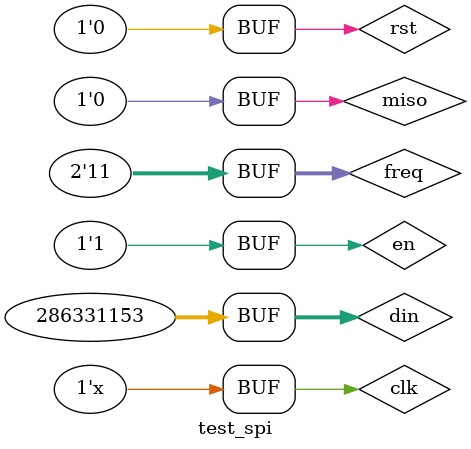
<source format=v>
`timescale 1ns / 1ps


module test_spi;

	// Inputs
	reg clk;
	reg rst;
	reg [31:0] din;
	reg [1:0] freq;
	reg en;
	reg miso;

	// Outputs
	wire mosi;
	wire [31:0] dout;
	wire cs;
	wire sck;
	wire transfer_succeded;

	// Instantiate the Unit Under Test (UUT)
	spi uut (
		.clk(clk), 
		.rst(rst), 
		.din(din), 
		.freq(freq), 
		.en(en), 
		.miso(miso), 
		.mosi(mosi), 
		.dout(dout), 
		.cs(cs), 
		.sck(sck), 
		.transfer_succeded(transfer_succeded)
	);

	initial begin
		// Initialize Inputs
		clk = 1;
		rst = 1;
		din = 0;
		freq = 2'b11;
		en = 0;
		miso = 0;

		// Wait 100 ns for global reset to finish
		#100;
        
		// Add stimulus here
		rst = 0;
		#10;
		din = 32'h1111_1111_1111_1111;
		en = 1;

	end
      
		always #5 clk <= ~clk;
endmodule


</source>
